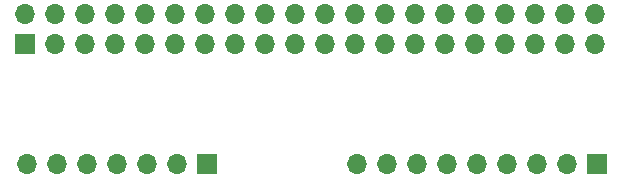
<source format=gtl>
G04 #@! TF.GenerationSoftware,KiCad,Pcbnew,(5.1.2-1)-1*
G04 #@! TF.CreationDate,2019-10-23T09:51:25+02:00*
G04 #@! TF.ProjectId,rpiz_pi_platter,7270697a-5f70-4695-9f70-6c6174746572,1.0*
G04 #@! TF.SameCoordinates,Original*
G04 #@! TF.FileFunction,Copper,L1,Top*
G04 #@! TF.FilePolarity,Positive*
%FSLAX46Y46*%
G04 Gerber Fmt 4.6, Leading zero omitted, Abs format (unit mm)*
G04 Created by KiCad (PCBNEW (5.1.2-1)-1) date 2019-10-23 09:51:25*
%MOMM*%
%LPD*%
G04 APERTURE LIST*
%ADD10O,1.700000X1.700000*%
%ADD11R,1.700000X1.700000*%
G04 APERTURE END LIST*
D10*
X126112000Y-105998000D03*
X128652000Y-105998000D03*
X131192000Y-105998000D03*
X133732000Y-105998000D03*
X136272000Y-105998000D03*
X138812000Y-105998000D03*
D11*
X141352000Y-105998000D03*
X174372000Y-105998000D03*
D10*
X171832000Y-105998000D03*
X169292000Y-105998000D03*
X166752000Y-105998000D03*
X164212000Y-105998000D03*
X161672000Y-105998000D03*
X159132000Y-105998000D03*
X156592000Y-105998000D03*
X154052000Y-105998000D03*
D11*
X125902000Y-95838000D03*
D10*
X125902000Y-93298000D03*
X128442000Y-95838000D03*
X128442000Y-93298000D03*
X130982000Y-95838000D03*
X130982000Y-93298000D03*
X133522000Y-95838000D03*
X133522000Y-93298000D03*
X136062000Y-95838000D03*
X136062000Y-93298000D03*
X138602000Y-95838000D03*
X138602000Y-93298000D03*
X141142000Y-95838000D03*
X141142000Y-93298000D03*
X143682000Y-95838000D03*
X143682000Y-93298000D03*
X146222000Y-95838000D03*
X146222000Y-93298000D03*
X148762000Y-95838000D03*
X148762000Y-93298000D03*
X151302000Y-95838000D03*
X151302000Y-93298000D03*
X153842000Y-95838000D03*
X153842000Y-93298000D03*
X156382000Y-95838000D03*
X156382000Y-93298000D03*
X158922000Y-95838000D03*
X158922000Y-93298000D03*
X161462000Y-95838000D03*
X161462000Y-93298000D03*
X164002000Y-95838000D03*
X164002000Y-93298000D03*
X166542000Y-95838000D03*
X166542000Y-93298000D03*
X169082000Y-95838000D03*
X169082000Y-93298000D03*
X171622000Y-95838000D03*
X171622000Y-93298000D03*
X174162000Y-95838000D03*
X174162000Y-93298000D03*
M02*

</source>
